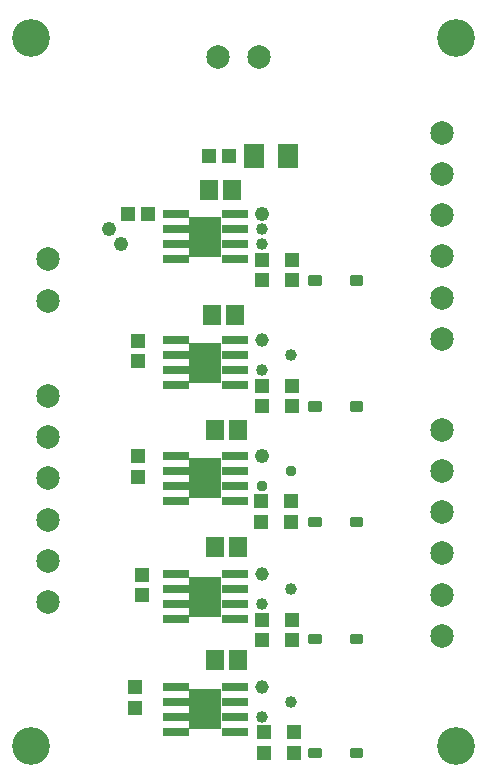
<source format=gbr>
G04 EAGLE Gerber RS-274X export*
G75*
%MOMM*%
%FSLAX34Y34*%
%LPD*%
%INSoldermask Top*%
%IPPOS*%
%AMOC8*
5,1,8,0,0,1.08239X$1,22.5*%
G01*
%ADD10C,3.203200*%
%ADD11R,1.203200X1.303200*%
%ADD12R,1.503200X1.703200*%
%ADD13R,2.171700X0.802300*%
%ADD14R,2.713200X3.403200*%
%ADD15R,1.303200X1.203200*%
%ADD16R,1.803200X2.006200*%
%ADD17C,1.993900*%
%ADD18C,0.332747*%
%ADD19C,1.209600*%
%ADD20C,1.009600*%
%ADD21C,0.959600*%
%ADD22C,1.159600*%


D10*
X50000Y650000D03*
X50000Y50000D03*
X410160Y650000D03*
X410160Y50000D03*
D11*
X246380Y461890D03*
X246380Y444890D03*
D12*
X206400Y123190D03*
X225400Y123190D03*
D11*
X246380Y355210D03*
X246380Y338210D03*
X245110Y257420D03*
X245110Y240420D03*
X246380Y157090D03*
X246380Y140090D03*
X247650Y61840D03*
X247650Y44840D03*
D12*
X201320Y520700D03*
X220320Y520700D03*
X203860Y415290D03*
X222860Y415290D03*
X206400Y317500D03*
X225400Y317500D03*
X206400Y218440D03*
X225400Y218440D03*
D13*
X222854Y462280D03*
X222854Y474980D03*
X222854Y487680D03*
X222854Y500380D03*
X173386Y500380D03*
X173386Y487680D03*
X173386Y474980D03*
X173386Y462280D03*
D14*
X198120Y481330D03*
D13*
X222854Y355600D03*
X222854Y368300D03*
X222854Y381000D03*
X222854Y393700D03*
X173386Y393700D03*
X173386Y381000D03*
X173386Y368300D03*
X173386Y355600D03*
D14*
X198120Y374650D03*
D13*
X222854Y257810D03*
X222854Y270510D03*
X222854Y283210D03*
X222854Y295910D03*
X173386Y295910D03*
X173386Y283210D03*
X173386Y270510D03*
X173386Y257810D03*
D14*
X198120Y276860D03*
D13*
X222854Y157480D03*
X222854Y170180D03*
X222854Y182880D03*
X222854Y195580D03*
X173386Y195580D03*
X173386Y182880D03*
X173386Y170180D03*
X173386Y157480D03*
D14*
X198120Y176530D03*
D13*
X222854Y62230D03*
X222854Y74930D03*
X222854Y87630D03*
X222854Y100330D03*
X173386Y100330D03*
X173386Y87630D03*
X173386Y74930D03*
X173386Y62230D03*
D14*
X198120Y81280D03*
D15*
X271780Y461890D03*
X271780Y444890D03*
X138430Y82940D03*
X138430Y99940D03*
X271780Y355210D03*
X271780Y338210D03*
X270510Y257420D03*
X270510Y240420D03*
X271780Y157090D03*
X271780Y140090D03*
X273050Y61840D03*
X273050Y44840D03*
D11*
X132470Y500380D03*
X149470Y500380D03*
D15*
X140970Y376310D03*
X140970Y393310D03*
X140970Y278520D03*
X140970Y295520D03*
X144780Y178190D03*
X144780Y195190D03*
D16*
X267930Y549910D03*
X239490Y549910D03*
D11*
X201050Y550200D03*
X218050Y550200D03*
D17*
X64770Y462280D03*
X64770Y427228D03*
X64770Y346710D03*
X64770Y311658D03*
X64770Y276860D03*
X64770Y241808D03*
X398780Y213360D03*
X398780Y248412D03*
X398780Y283210D03*
X398780Y318262D03*
X398780Y394970D03*
X398780Y430022D03*
X398780Y464820D03*
X398780Y499872D03*
X398780Y534670D03*
X398780Y569722D03*
X243840Y633440D03*
X208788Y633440D03*
X64770Y207010D03*
X64770Y171958D03*
X398780Y143510D03*
X398780Y178562D03*
D18*
X295413Y441897D02*
X287007Y441897D01*
X287007Y447103D01*
X295413Y447103D01*
X295413Y441897D01*
X295413Y445058D02*
X287007Y445058D01*
X321807Y441897D02*
X330213Y441897D01*
X321807Y441897D02*
X321807Y447103D01*
X330213Y447103D01*
X330213Y441897D01*
X330213Y445058D02*
X321807Y445058D01*
X295413Y335217D02*
X287007Y335217D01*
X287007Y340423D01*
X295413Y340423D01*
X295413Y335217D01*
X295413Y338378D02*
X287007Y338378D01*
X321807Y335217D02*
X330213Y335217D01*
X321807Y335217D02*
X321807Y340423D01*
X330213Y340423D01*
X330213Y335217D01*
X330213Y338378D02*
X321807Y338378D01*
X295413Y237427D02*
X287007Y237427D01*
X287007Y242633D01*
X295413Y242633D01*
X295413Y237427D01*
X295413Y240588D02*
X287007Y240588D01*
X321807Y237427D02*
X330213Y237427D01*
X321807Y237427D02*
X321807Y242633D01*
X330213Y242633D01*
X330213Y237427D01*
X330213Y240588D02*
X321807Y240588D01*
X295413Y138367D02*
X287007Y138367D01*
X287007Y143573D01*
X295413Y143573D01*
X295413Y138367D01*
X295413Y141528D02*
X287007Y141528D01*
X321807Y138367D02*
X330213Y138367D01*
X321807Y138367D02*
X321807Y143573D01*
X330213Y143573D01*
X330213Y138367D01*
X330213Y141528D02*
X321807Y141528D01*
X295413Y41847D02*
X287007Y41847D01*
X287007Y47053D01*
X295413Y47053D01*
X295413Y41847D01*
X295413Y45008D02*
X287007Y45008D01*
X321807Y41847D02*
X330213Y41847D01*
X321807Y41847D02*
X321807Y47053D01*
X330213Y47053D01*
X330213Y41847D01*
X330213Y45008D02*
X321807Y45008D01*
D19*
X246380Y500380D03*
D20*
X246380Y474980D03*
D19*
X127000Y474980D03*
D20*
X246380Y368300D03*
D21*
X246380Y270510D03*
D20*
X246380Y170180D03*
X246380Y74930D03*
D19*
X116840Y487680D03*
D20*
X246380Y487680D03*
X270510Y381000D03*
D21*
X270510Y283210D03*
D20*
X270510Y182880D03*
X270510Y87630D03*
D22*
X246380Y393700D03*
X246380Y100330D03*
D19*
X246380Y295910D03*
D22*
X246380Y195580D03*
M02*

</source>
